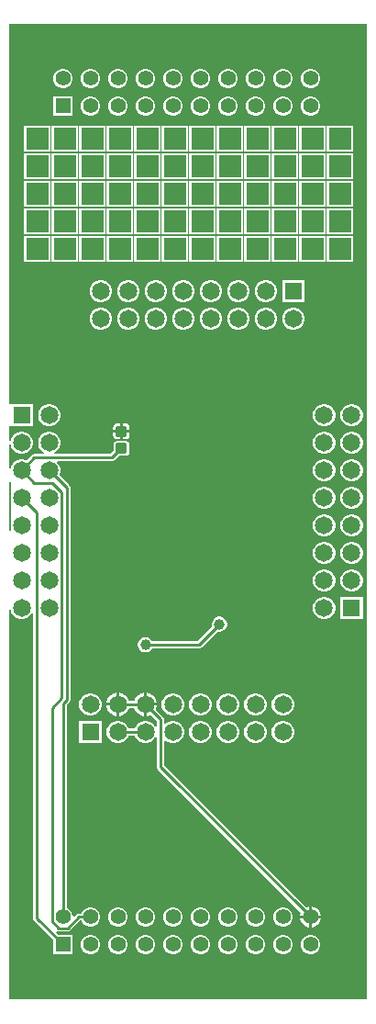
<source format=gbr>
%TF.GenerationSoftware,Altium Limited,Altium Designer,23.4.1 (23)*%
G04 Layer_Physical_Order=2*
G04 Layer_Color=16711680*
%FSLAX45Y45*%
%MOMM*%
%TF.SameCoordinates,37F79050-5382-499E-8BED-BD4E09E40BF1*%
%TF.FilePolarity,Positive*%
%TF.FileFunction,Copper,L2,Bot,Signal*%
%TF.Part,Single*%
G01*
G75*
%TA.AperFunction,Conductor*%
%ADD10C,0.25400*%
%TA.AperFunction,ComponentPad*%
%ADD16C,1.39000*%
%ADD17R,1.39000X1.39000*%
%ADD18R,1.65000X1.65000*%
%ADD19C,1.65000*%
%TA.AperFunction,ViaPad*%
%ADD20R,2.00000X2.00000*%
%TA.AperFunction,ComponentPad*%
%ADD21R,1.65000X1.65000*%
%TA.AperFunction,TestPad*%
%ADD22C,1.00000*%
%TA.AperFunction,SMDPad,CuDef*%
G04:AMPARAMS|DCode=23|XSize=0.94mm|YSize=1.02mm|CornerRadius=0.094mm|HoleSize=0mm|Usage=FLASHONLY|Rotation=90.000|XOffset=0mm|YOffset=0mm|HoleType=Round|Shape=RoundedRectangle|*
%AMROUNDEDRECTD23*
21,1,0.94000,0.83200,0,0,90.0*
21,1,0.75200,1.02000,0,0,90.0*
1,1,0.18800,0.41600,0.37600*
1,1,0.18800,0.41600,-0.37600*
1,1,0.18800,-0.41600,-0.37600*
1,1,0.18800,-0.41600,0.37600*
%
%ADD23ROUNDEDRECTD23*%
%TA.AperFunction,NonConductor*%
%ADD24C,0.15000*%
G36*
X3314700Y0D02*
X12700D01*
Y3592475D01*
X25400Y3594147D01*
X31485Y3571436D01*
X44980Y3548064D01*
X64064Y3528979D01*
X87436Y3515485D01*
X113506Y3508500D01*
X140494D01*
X166564Y3515485D01*
X189936Y3528979D01*
X209020Y3548064D01*
X219760Y3566664D01*
X232460Y3563261D01*
Y750200D01*
X234997Y737441D01*
X242225Y726625D01*
X418500Y550349D01*
Y418500D01*
X597500D01*
Y597500D01*
X465651D01*
X442417Y620733D01*
X450513Y630598D01*
X452909Y628997D01*
X465668Y626460D01*
X550332D01*
X563091Y628997D01*
X573908Y636225D01*
X666342Y728659D01*
X678276D01*
X678599Y727454D01*
X690382Y707046D01*
X707046Y690382D01*
X727454Y678599D01*
X750217Y672500D01*
X773783D01*
X796546Y678599D01*
X816954Y690382D01*
X833618Y707046D01*
X845401Y727454D01*
X851500Y750217D01*
Y773783D01*
X845401Y796546D01*
X833618Y816954D01*
X816954Y833618D01*
X796546Y845401D01*
X773783Y851500D01*
X750217D01*
X727454Y845401D01*
X707046Y833618D01*
X690382Y816954D01*
X678599Y796546D01*
X678276Y795341D01*
X652532D01*
X639773Y792803D01*
X628957Y785575D01*
X609233Y765851D01*
X597500Y770712D01*
Y773783D01*
X591401Y796546D01*
X579618Y816954D01*
X562954Y833618D01*
X542546Y845401D01*
X541341Y845724D01*
Y2712521D01*
X565175Y2736356D01*
X572402Y2747172D01*
X574940Y2759931D01*
Y4720400D01*
X572402Y4733159D01*
X565175Y4743975D01*
X473293Y4835857D01*
X476515Y4841436D01*
X483500Y4867506D01*
Y4894494D01*
X476515Y4920563D01*
X463020Y4943936D01*
X455831Y4951126D01*
X460691Y4962859D01*
X959575D01*
X972334Y4965397D01*
X983150Y4972625D01*
X1023325Y5012799D01*
X1089350D01*
X1100821Y5015081D01*
X1110546Y5021579D01*
X1117044Y5031304D01*
X1119326Y5042775D01*
Y5117975D01*
X1117044Y5129446D01*
X1110546Y5139171D01*
X1100821Y5145669D01*
X1089350Y5147951D01*
X1006150D01*
X994679Y5145669D01*
X984954Y5139171D01*
X978456Y5129446D01*
X976174Y5117975D01*
Y5059949D01*
X945765Y5029540D01*
X428739D01*
X425336Y5042240D01*
X443936Y5052979D01*
X463020Y5072064D01*
X476515Y5095436D01*
X483500Y5121506D01*
Y5148494D01*
X476515Y5174563D01*
X463020Y5197936D01*
X443936Y5217020D01*
X420564Y5230515D01*
X394494Y5237500D01*
X367506D01*
X341436Y5230515D01*
X318064Y5217020D01*
X298980Y5197936D01*
X285485Y5174563D01*
X278500Y5148494D01*
Y5121506D01*
X285485Y5095436D01*
X298980Y5072064D01*
X318064Y5052979D01*
X336664Y5042240D01*
X333261Y5029540D01*
X242200D01*
X229441Y5027002D01*
X218625Y5019775D01*
X172143Y4973293D01*
X166564Y4976515D01*
X140494Y4983500D01*
X113506D01*
X87436Y4976515D01*
X64064Y4963020D01*
X44980Y4943936D01*
X31485Y4920563D01*
X25400Y4897853D01*
X12700Y4899525D01*
Y5116475D01*
X25400Y5118147D01*
X31485Y5095436D01*
X44980Y5072064D01*
X64064Y5052979D01*
X87436Y5039485D01*
X113506Y5032500D01*
X140494D01*
X166564Y5039485D01*
X189936Y5052979D01*
X209020Y5072064D01*
X222515Y5095436D01*
X229500Y5121506D01*
Y5148494D01*
X222515Y5174563D01*
X209020Y5197936D01*
X189936Y5217020D01*
X166564Y5230515D01*
X140494Y5237500D01*
X113506D01*
X87436Y5230515D01*
X64064Y5217020D01*
X44980Y5197936D01*
X31485Y5174563D01*
X25400Y5151853D01*
X12700Y5153525D01*
Y5284327D01*
X24500Y5286500D01*
X25400Y5286500D01*
X229500D01*
Y5491500D01*
X25400D01*
X24500Y5491500D01*
X12700Y5493673D01*
Y8991600D01*
X3314700D01*
Y0D01*
D02*
G37*
%LPC*%
G36*
X2805783Y8581500D02*
X2782217D01*
X2759454Y8575401D01*
X2739046Y8563618D01*
X2722382Y8546954D01*
X2710599Y8526546D01*
X2704500Y8503783D01*
Y8480217D01*
X2710599Y8457454D01*
X2722382Y8437046D01*
X2739046Y8420382D01*
X2759454Y8408599D01*
X2782217Y8402500D01*
X2805783D01*
X2828546Y8408599D01*
X2848954Y8420382D01*
X2865618Y8437046D01*
X2877401Y8457454D01*
X2883500Y8480217D01*
Y8503783D01*
X2877401Y8526546D01*
X2865618Y8546954D01*
X2848954Y8563618D01*
X2828546Y8575401D01*
X2805783Y8581500D01*
D02*
G37*
G36*
X2551783D02*
X2528217D01*
X2505454Y8575401D01*
X2485046Y8563618D01*
X2468382Y8546954D01*
X2456599Y8526546D01*
X2450500Y8503783D01*
Y8480217D01*
X2456599Y8457454D01*
X2468382Y8437046D01*
X2485046Y8420382D01*
X2505454Y8408599D01*
X2528217Y8402500D01*
X2551783D01*
X2574546Y8408599D01*
X2594954Y8420382D01*
X2611618Y8437046D01*
X2623401Y8457454D01*
X2629500Y8480217D01*
Y8503783D01*
X2623401Y8526546D01*
X2611618Y8546954D01*
X2594954Y8563618D01*
X2574546Y8575401D01*
X2551783Y8581500D01*
D02*
G37*
G36*
X2297783D02*
X2274217D01*
X2251454Y8575401D01*
X2231046Y8563618D01*
X2214382Y8546954D01*
X2202599Y8526546D01*
X2196500Y8503783D01*
Y8480217D01*
X2202599Y8457454D01*
X2214382Y8437046D01*
X2231046Y8420382D01*
X2251454Y8408599D01*
X2274217Y8402500D01*
X2297783D01*
X2320546Y8408599D01*
X2340954Y8420382D01*
X2357618Y8437046D01*
X2369401Y8457454D01*
X2375500Y8480217D01*
Y8503783D01*
X2369401Y8526546D01*
X2357618Y8546954D01*
X2340954Y8563618D01*
X2320546Y8575401D01*
X2297783Y8581500D01*
D02*
G37*
G36*
X2043783D02*
X2020217D01*
X1997454Y8575401D01*
X1977046Y8563618D01*
X1960382Y8546954D01*
X1948599Y8526546D01*
X1942500Y8503783D01*
Y8480217D01*
X1948599Y8457454D01*
X1960382Y8437046D01*
X1977046Y8420382D01*
X1997454Y8408599D01*
X2020217Y8402500D01*
X2043783D01*
X2066546Y8408599D01*
X2086954Y8420382D01*
X2103618Y8437046D01*
X2115401Y8457454D01*
X2121500Y8480217D01*
Y8503783D01*
X2115401Y8526546D01*
X2103618Y8546954D01*
X2086954Y8563618D01*
X2066546Y8575401D01*
X2043783Y8581500D01*
D02*
G37*
G36*
X1789783D02*
X1766217D01*
X1743454Y8575401D01*
X1723046Y8563618D01*
X1706382Y8546954D01*
X1694599Y8526546D01*
X1688500Y8503783D01*
Y8480217D01*
X1694599Y8457454D01*
X1706382Y8437046D01*
X1723046Y8420382D01*
X1743454Y8408599D01*
X1766217Y8402500D01*
X1789783D01*
X1812546Y8408599D01*
X1832954Y8420382D01*
X1849618Y8437046D01*
X1861401Y8457454D01*
X1867500Y8480217D01*
Y8503783D01*
X1861401Y8526546D01*
X1849618Y8546954D01*
X1832954Y8563618D01*
X1812546Y8575401D01*
X1789783Y8581500D01*
D02*
G37*
G36*
X1535783D02*
X1512217D01*
X1489454Y8575401D01*
X1469046Y8563618D01*
X1452382Y8546954D01*
X1440599Y8526546D01*
X1434500Y8503783D01*
Y8480217D01*
X1440599Y8457454D01*
X1452382Y8437046D01*
X1469046Y8420382D01*
X1489454Y8408599D01*
X1512217Y8402500D01*
X1535783D01*
X1558546Y8408599D01*
X1578954Y8420382D01*
X1595618Y8437046D01*
X1607401Y8457454D01*
X1613500Y8480217D01*
Y8503783D01*
X1607401Y8526546D01*
X1595618Y8546954D01*
X1578954Y8563618D01*
X1558546Y8575401D01*
X1535783Y8581500D01*
D02*
G37*
G36*
X1281783D02*
X1258217D01*
X1235454Y8575401D01*
X1215046Y8563618D01*
X1198382Y8546954D01*
X1186599Y8526546D01*
X1180500Y8503783D01*
Y8480217D01*
X1186599Y8457454D01*
X1198382Y8437046D01*
X1215046Y8420382D01*
X1235454Y8408599D01*
X1258217Y8402500D01*
X1281783D01*
X1304546Y8408599D01*
X1324954Y8420382D01*
X1341618Y8437046D01*
X1353401Y8457454D01*
X1359500Y8480217D01*
Y8503783D01*
X1353401Y8526546D01*
X1341618Y8546954D01*
X1324954Y8563618D01*
X1304546Y8575401D01*
X1281783Y8581500D01*
D02*
G37*
G36*
X1027783D02*
X1004217D01*
X981454Y8575401D01*
X961046Y8563618D01*
X944382Y8546954D01*
X932599Y8526546D01*
X926500Y8503783D01*
Y8480217D01*
X932599Y8457454D01*
X944382Y8437046D01*
X961046Y8420382D01*
X981454Y8408599D01*
X1004217Y8402500D01*
X1027783D01*
X1050546Y8408599D01*
X1070954Y8420382D01*
X1087618Y8437046D01*
X1099401Y8457454D01*
X1105500Y8480217D01*
Y8503783D01*
X1099401Y8526546D01*
X1087618Y8546954D01*
X1070954Y8563618D01*
X1050546Y8575401D01*
X1027783Y8581500D01*
D02*
G37*
G36*
X773783D02*
X750217D01*
X727454Y8575401D01*
X707046Y8563618D01*
X690382Y8546954D01*
X678599Y8526546D01*
X672500Y8503783D01*
Y8480217D01*
X678599Y8457454D01*
X690382Y8437046D01*
X707046Y8420382D01*
X727454Y8408599D01*
X750217Y8402500D01*
X773783D01*
X796546Y8408599D01*
X816954Y8420382D01*
X833618Y8437046D01*
X845401Y8457454D01*
X851500Y8480217D01*
Y8503783D01*
X845401Y8526546D01*
X833618Y8546954D01*
X816954Y8563618D01*
X796546Y8575401D01*
X773783Y8581500D01*
D02*
G37*
G36*
X519783D02*
X496217D01*
X473454Y8575401D01*
X453046Y8563618D01*
X436382Y8546954D01*
X424599Y8526546D01*
X418500Y8503783D01*
Y8480217D01*
X424599Y8457454D01*
X436382Y8437046D01*
X453046Y8420382D01*
X473454Y8408599D01*
X496217Y8402500D01*
X519783D01*
X542546Y8408599D01*
X562954Y8420382D01*
X579618Y8437046D01*
X591401Y8457454D01*
X597500Y8480217D01*
Y8503783D01*
X591401Y8526546D01*
X579618Y8546954D01*
X562954Y8563618D01*
X542546Y8575401D01*
X519783Y8581500D01*
D02*
G37*
G36*
X2805783Y8327500D02*
X2782217D01*
X2759454Y8321401D01*
X2739046Y8309618D01*
X2722382Y8292954D01*
X2710599Y8272546D01*
X2704500Y8249783D01*
Y8226217D01*
X2710599Y8203454D01*
X2722382Y8183046D01*
X2739046Y8166382D01*
X2759454Y8154599D01*
X2782217Y8148500D01*
X2805783D01*
X2828546Y8154599D01*
X2848954Y8166382D01*
X2865618Y8183046D01*
X2877401Y8203454D01*
X2883500Y8226217D01*
Y8249783D01*
X2877401Y8272546D01*
X2865618Y8292954D01*
X2848954Y8309618D01*
X2828546Y8321401D01*
X2805783Y8327500D01*
D02*
G37*
G36*
X2551783D02*
X2528217D01*
X2505454Y8321401D01*
X2485046Y8309618D01*
X2468382Y8292954D01*
X2456599Y8272546D01*
X2450500Y8249783D01*
Y8226217D01*
X2456599Y8203454D01*
X2468382Y8183046D01*
X2485046Y8166382D01*
X2505454Y8154599D01*
X2528217Y8148500D01*
X2551783D01*
X2574546Y8154599D01*
X2594954Y8166382D01*
X2611618Y8183046D01*
X2623401Y8203454D01*
X2629500Y8226217D01*
Y8249783D01*
X2623401Y8272546D01*
X2611618Y8292954D01*
X2594954Y8309618D01*
X2574546Y8321401D01*
X2551783Y8327500D01*
D02*
G37*
G36*
X2297783D02*
X2274217D01*
X2251454Y8321401D01*
X2231046Y8309618D01*
X2214382Y8292954D01*
X2202599Y8272546D01*
X2196500Y8249783D01*
Y8226217D01*
X2202599Y8203454D01*
X2214382Y8183046D01*
X2231046Y8166382D01*
X2251454Y8154599D01*
X2274217Y8148500D01*
X2297783D01*
X2320546Y8154599D01*
X2340954Y8166382D01*
X2357618Y8183046D01*
X2369401Y8203454D01*
X2375500Y8226217D01*
Y8249783D01*
X2369401Y8272546D01*
X2357618Y8292954D01*
X2340954Y8309618D01*
X2320546Y8321401D01*
X2297783Y8327500D01*
D02*
G37*
G36*
X2043783D02*
X2020217D01*
X1997454Y8321401D01*
X1977046Y8309618D01*
X1960382Y8292954D01*
X1948599Y8272546D01*
X1942500Y8249783D01*
Y8226217D01*
X1948599Y8203454D01*
X1960382Y8183046D01*
X1977046Y8166382D01*
X1997454Y8154599D01*
X2020217Y8148500D01*
X2043783D01*
X2066546Y8154599D01*
X2086954Y8166382D01*
X2103618Y8183046D01*
X2115401Y8203454D01*
X2121500Y8226217D01*
Y8249783D01*
X2115401Y8272546D01*
X2103618Y8292954D01*
X2086954Y8309618D01*
X2066546Y8321401D01*
X2043783Y8327500D01*
D02*
G37*
G36*
X1789783D02*
X1766217D01*
X1743454Y8321401D01*
X1723046Y8309618D01*
X1706382Y8292954D01*
X1694599Y8272546D01*
X1688500Y8249783D01*
Y8226217D01*
X1694599Y8203454D01*
X1706382Y8183046D01*
X1723046Y8166382D01*
X1743454Y8154599D01*
X1766217Y8148500D01*
X1789783D01*
X1812546Y8154599D01*
X1832954Y8166382D01*
X1849618Y8183046D01*
X1861401Y8203454D01*
X1867500Y8226217D01*
Y8249783D01*
X1861401Y8272546D01*
X1849618Y8292954D01*
X1832954Y8309618D01*
X1812546Y8321401D01*
X1789783Y8327500D01*
D02*
G37*
G36*
X1535783D02*
X1512217D01*
X1489454Y8321401D01*
X1469046Y8309618D01*
X1452382Y8292954D01*
X1440599Y8272546D01*
X1434500Y8249783D01*
Y8226217D01*
X1440599Y8203454D01*
X1452382Y8183046D01*
X1469046Y8166382D01*
X1489454Y8154599D01*
X1512217Y8148500D01*
X1535783D01*
X1558546Y8154599D01*
X1578954Y8166382D01*
X1595618Y8183046D01*
X1607401Y8203454D01*
X1613500Y8226217D01*
Y8249783D01*
X1607401Y8272546D01*
X1595618Y8292954D01*
X1578954Y8309618D01*
X1558546Y8321401D01*
X1535783Y8327500D01*
D02*
G37*
G36*
X1281783D02*
X1258217D01*
X1235454Y8321401D01*
X1215046Y8309618D01*
X1198382Y8292954D01*
X1186599Y8272546D01*
X1180500Y8249783D01*
Y8226217D01*
X1186599Y8203454D01*
X1198382Y8183046D01*
X1215046Y8166382D01*
X1235454Y8154599D01*
X1258217Y8148500D01*
X1281783D01*
X1304546Y8154599D01*
X1324954Y8166382D01*
X1341618Y8183046D01*
X1353401Y8203454D01*
X1359500Y8226217D01*
Y8249783D01*
X1353401Y8272546D01*
X1341618Y8292954D01*
X1324954Y8309618D01*
X1304546Y8321401D01*
X1281783Y8327500D01*
D02*
G37*
G36*
X1027783D02*
X1004217D01*
X981454Y8321401D01*
X961046Y8309618D01*
X944382Y8292954D01*
X932599Y8272546D01*
X926500Y8249783D01*
Y8226217D01*
X932599Y8203454D01*
X944382Y8183046D01*
X961046Y8166382D01*
X981454Y8154599D01*
X1004217Y8148500D01*
X1027783D01*
X1050546Y8154599D01*
X1070954Y8166382D01*
X1087618Y8183046D01*
X1099401Y8203454D01*
X1105500Y8226217D01*
Y8249783D01*
X1099401Y8272546D01*
X1087618Y8292954D01*
X1070954Y8309618D01*
X1050546Y8321401D01*
X1027783Y8327500D01*
D02*
G37*
G36*
X773783D02*
X750217D01*
X727454Y8321401D01*
X707046Y8309618D01*
X690382Y8292954D01*
X678599Y8272546D01*
X672500Y8249783D01*
Y8226217D01*
X678599Y8203454D01*
X690382Y8183046D01*
X707046Y8166382D01*
X727454Y8154599D01*
X750217Y8148500D01*
X773783D01*
X796546Y8154599D01*
X816954Y8166382D01*
X833618Y8183046D01*
X845401Y8203454D01*
X851500Y8226217D01*
Y8249783D01*
X845401Y8272546D01*
X833618Y8292954D01*
X816954Y8309618D01*
X796546Y8321401D01*
X773783Y8327500D01*
D02*
G37*
G36*
X597500D02*
X418500D01*
Y8148500D01*
X597500D01*
Y8327500D01*
D02*
G37*
G36*
X3183875Y8057500D02*
X2943875D01*
Y7817500D01*
X3183875D01*
Y8057500D01*
D02*
G37*
G36*
X2929875D02*
X2689875D01*
Y7817500D01*
X2929875D01*
Y8057500D01*
D02*
G37*
G36*
X2675875D02*
X2435875D01*
Y7817500D01*
X2675875D01*
Y8057500D01*
D02*
G37*
G36*
X2421875D02*
X2181875D01*
Y7817500D01*
X2421875D01*
Y8057500D01*
D02*
G37*
G36*
X2167875D02*
X1927875D01*
Y7817500D01*
X2167875D01*
Y8057500D01*
D02*
G37*
G36*
X1913875D02*
X1673875D01*
Y7817500D01*
X1913875D01*
Y8057500D01*
D02*
G37*
G36*
X1659875D02*
X1419875D01*
Y7817500D01*
X1659875D01*
Y8057500D01*
D02*
G37*
G36*
X1405875D02*
X1165875D01*
Y7817500D01*
X1405875D01*
Y8057500D01*
D02*
G37*
G36*
X1151875D02*
X911875D01*
Y7817500D01*
X1151875D01*
Y8057500D01*
D02*
G37*
G36*
X897875D02*
X657875D01*
Y7817500D01*
X897875D01*
Y8057500D01*
D02*
G37*
G36*
X643875D02*
X403875D01*
Y7817500D01*
X643875D01*
Y8057500D01*
D02*
G37*
G36*
X389875D02*
X149875D01*
Y7817500D01*
X389875D01*
Y8057500D01*
D02*
G37*
G36*
X3183875Y7803500D02*
X2943875D01*
Y7563500D01*
X3183875D01*
Y7803500D01*
D02*
G37*
G36*
X2929875D02*
X2689875D01*
Y7563500D01*
X2929875D01*
Y7803500D01*
D02*
G37*
G36*
X2675875D02*
X2435875D01*
Y7563500D01*
X2675875D01*
Y7803500D01*
D02*
G37*
G36*
X2421875D02*
X2181875D01*
Y7563500D01*
X2421875D01*
Y7803500D01*
D02*
G37*
G36*
X2167875D02*
X1927875D01*
Y7563500D01*
X2167875D01*
Y7803500D01*
D02*
G37*
G36*
X1913875D02*
X1673875D01*
Y7563500D01*
X1913875D01*
Y7803500D01*
D02*
G37*
G36*
X1659875D02*
X1419875D01*
Y7563500D01*
X1659875D01*
Y7803500D01*
D02*
G37*
G36*
X1405875D02*
X1165875D01*
Y7563500D01*
X1405875D01*
Y7803500D01*
D02*
G37*
G36*
X1151875D02*
X911875D01*
Y7563500D01*
X1151875D01*
Y7803500D01*
D02*
G37*
G36*
X897875D02*
X657875D01*
Y7563500D01*
X897875D01*
Y7803500D01*
D02*
G37*
G36*
X643875D02*
X403875D01*
Y7563500D01*
X643875D01*
Y7803500D01*
D02*
G37*
G36*
X389875D02*
X149875D01*
Y7563500D01*
X389875D01*
Y7803500D01*
D02*
G37*
G36*
X3183875Y7549500D02*
X2943875D01*
Y7309500D01*
X3183875D01*
Y7549500D01*
D02*
G37*
G36*
X2929875D02*
X2689875D01*
Y7309500D01*
X2929875D01*
Y7549500D01*
D02*
G37*
G36*
X2675875D02*
X2435875D01*
Y7309500D01*
X2675875D01*
Y7549500D01*
D02*
G37*
G36*
X2421875D02*
X2181875D01*
Y7309500D01*
X2421875D01*
Y7549500D01*
D02*
G37*
G36*
X2167875D02*
X1927875D01*
Y7309500D01*
X2167875D01*
Y7549500D01*
D02*
G37*
G36*
X1913875D02*
X1673875D01*
Y7309500D01*
X1913875D01*
Y7549500D01*
D02*
G37*
G36*
X1659875D02*
X1419875D01*
Y7309500D01*
X1659875D01*
Y7549500D01*
D02*
G37*
G36*
X1405875D02*
X1165875D01*
Y7309500D01*
X1405875D01*
Y7549500D01*
D02*
G37*
G36*
X1151875D02*
X911875D01*
Y7309500D01*
X1151875D01*
Y7549500D01*
D02*
G37*
G36*
X897875D02*
X657875D01*
Y7309500D01*
X897875D01*
Y7549500D01*
D02*
G37*
G36*
X643875D02*
X403875D01*
Y7309500D01*
X643875D01*
Y7549500D01*
D02*
G37*
G36*
X389875D02*
X149875D01*
Y7309500D01*
X389875D01*
Y7549500D01*
D02*
G37*
G36*
X3183875Y7295500D02*
X2943875D01*
Y7055500D01*
X3183875D01*
Y7295500D01*
D02*
G37*
G36*
X2929875D02*
X2689875D01*
Y7055500D01*
X2929875D01*
Y7295500D01*
D02*
G37*
G36*
X2675875D02*
X2435875D01*
Y7055500D01*
X2675875D01*
Y7295500D01*
D02*
G37*
G36*
X2421875D02*
X2181875D01*
Y7055500D01*
X2421875D01*
Y7295500D01*
D02*
G37*
G36*
X2167875D02*
X1927875D01*
Y7055500D01*
X2167875D01*
Y7295500D01*
D02*
G37*
G36*
X1913875D02*
X1673875D01*
Y7055500D01*
X1913875D01*
Y7295500D01*
D02*
G37*
G36*
X1659875D02*
X1419875D01*
Y7055500D01*
X1659875D01*
Y7295500D01*
D02*
G37*
G36*
X1405875D02*
X1165875D01*
Y7055500D01*
X1405875D01*
Y7295500D01*
D02*
G37*
G36*
X1151875D02*
X911875D01*
Y7055500D01*
X1151875D01*
Y7295500D01*
D02*
G37*
G36*
X897875D02*
X657875D01*
Y7055500D01*
X897875D01*
Y7295500D01*
D02*
G37*
G36*
X643875D02*
X403875D01*
Y7055500D01*
X643875D01*
Y7295500D01*
D02*
G37*
G36*
X389875D02*
X149875D01*
Y7055500D01*
X389875D01*
Y7295500D01*
D02*
G37*
G36*
X3183875Y7041500D02*
X2943875D01*
Y6801500D01*
X3183875D01*
Y7041500D01*
D02*
G37*
G36*
X2929875D02*
X2689875D01*
Y6801500D01*
X2929875D01*
Y7041500D01*
D02*
G37*
G36*
X2675875D02*
X2435875D01*
Y6801500D01*
X2675875D01*
Y7041500D01*
D02*
G37*
G36*
X2421875D02*
X2181875D01*
Y6801500D01*
X2421875D01*
Y7041500D01*
D02*
G37*
G36*
X2167875D02*
X1927875D01*
Y6801500D01*
X2167875D01*
Y7041500D01*
D02*
G37*
G36*
X1913875D02*
X1673875D01*
Y6801500D01*
X1913875D01*
Y7041500D01*
D02*
G37*
G36*
X1659875D02*
X1419875D01*
Y6801500D01*
X1659875D01*
Y7041500D01*
D02*
G37*
G36*
X1405875D02*
X1165875D01*
Y6801500D01*
X1405875D01*
Y7041500D01*
D02*
G37*
G36*
X1151875D02*
X911875D01*
Y6801500D01*
X1151875D01*
Y7041500D01*
D02*
G37*
G36*
X897875D02*
X657875D01*
Y6801500D01*
X897875D01*
Y7041500D01*
D02*
G37*
G36*
X643875D02*
X403875D01*
Y6801500D01*
X643875D01*
Y7041500D01*
D02*
G37*
G36*
X389875D02*
X149875D01*
Y6801500D01*
X389875D01*
Y7041500D01*
D02*
G37*
G36*
X2737750Y6634500D02*
X2532750D01*
Y6429500D01*
X2737750D01*
Y6634500D01*
D02*
G37*
G36*
X2394744D02*
X2367756D01*
X2341686Y6627515D01*
X2318314Y6614020D01*
X2299230Y6594936D01*
X2285735Y6571563D01*
X2278750Y6545494D01*
Y6518506D01*
X2285735Y6492436D01*
X2299230Y6469064D01*
X2318314Y6449979D01*
X2341686Y6436485D01*
X2367756Y6429500D01*
X2394744D01*
X2420814Y6436485D01*
X2444186Y6449979D01*
X2463270Y6469064D01*
X2476765Y6492436D01*
X2483750Y6518506D01*
Y6545494D01*
X2476765Y6571563D01*
X2463270Y6594936D01*
X2444186Y6614020D01*
X2420814Y6627515D01*
X2394744Y6634500D01*
D02*
G37*
G36*
X2140744D02*
X2113756D01*
X2087686Y6627515D01*
X2064314Y6614020D01*
X2045230Y6594936D01*
X2031735Y6571563D01*
X2024750Y6545494D01*
Y6518506D01*
X2031735Y6492436D01*
X2045230Y6469064D01*
X2064314Y6449979D01*
X2087686Y6436485D01*
X2113756Y6429500D01*
X2140744D01*
X2166814Y6436485D01*
X2190186Y6449979D01*
X2209270Y6469064D01*
X2222765Y6492436D01*
X2229750Y6518506D01*
Y6545494D01*
X2222765Y6571563D01*
X2209270Y6594936D01*
X2190186Y6614020D01*
X2166814Y6627515D01*
X2140744Y6634500D01*
D02*
G37*
G36*
X1886744D02*
X1859756D01*
X1833686Y6627515D01*
X1810314Y6614020D01*
X1791230Y6594936D01*
X1777735Y6571563D01*
X1770750Y6545494D01*
Y6518506D01*
X1777735Y6492436D01*
X1791230Y6469064D01*
X1810314Y6449979D01*
X1833686Y6436485D01*
X1859756Y6429500D01*
X1886744D01*
X1912814Y6436485D01*
X1936186Y6449979D01*
X1955270Y6469064D01*
X1968765Y6492436D01*
X1975750Y6518506D01*
Y6545494D01*
X1968765Y6571563D01*
X1955270Y6594936D01*
X1936186Y6614020D01*
X1912814Y6627515D01*
X1886744Y6634500D01*
D02*
G37*
G36*
X1632744D02*
X1605756D01*
X1579686Y6627515D01*
X1556314Y6614020D01*
X1537230Y6594936D01*
X1523735Y6571563D01*
X1516750Y6545494D01*
Y6518506D01*
X1523735Y6492436D01*
X1537230Y6469064D01*
X1556314Y6449979D01*
X1579686Y6436485D01*
X1605756Y6429500D01*
X1632744D01*
X1658814Y6436485D01*
X1682186Y6449979D01*
X1701270Y6469064D01*
X1714765Y6492436D01*
X1721750Y6518506D01*
Y6545494D01*
X1714765Y6571563D01*
X1701270Y6594936D01*
X1682186Y6614020D01*
X1658814Y6627515D01*
X1632744Y6634500D01*
D02*
G37*
G36*
X1378744D02*
X1351756D01*
X1325686Y6627515D01*
X1302314Y6614020D01*
X1283230Y6594936D01*
X1269735Y6571563D01*
X1262750Y6545494D01*
Y6518506D01*
X1269735Y6492436D01*
X1283230Y6469064D01*
X1302314Y6449979D01*
X1325686Y6436485D01*
X1351756Y6429500D01*
X1378744D01*
X1404814Y6436485D01*
X1428186Y6449979D01*
X1447270Y6469064D01*
X1460765Y6492436D01*
X1467750Y6518506D01*
Y6545494D01*
X1460765Y6571563D01*
X1447270Y6594936D01*
X1428186Y6614020D01*
X1404814Y6627515D01*
X1378744Y6634500D01*
D02*
G37*
G36*
X1124744D02*
X1097756D01*
X1071686Y6627515D01*
X1048314Y6614020D01*
X1029230Y6594936D01*
X1015735Y6571563D01*
X1008750Y6545494D01*
Y6518506D01*
X1015735Y6492436D01*
X1029230Y6469064D01*
X1048314Y6449979D01*
X1071686Y6436485D01*
X1097756Y6429500D01*
X1124744D01*
X1150814Y6436485D01*
X1174186Y6449979D01*
X1193270Y6469064D01*
X1206765Y6492436D01*
X1213750Y6518506D01*
Y6545494D01*
X1206765Y6571563D01*
X1193270Y6594936D01*
X1174186Y6614020D01*
X1150814Y6627515D01*
X1124744Y6634500D01*
D02*
G37*
G36*
X870744D02*
X843756D01*
X817686Y6627515D01*
X794314Y6614020D01*
X775230Y6594936D01*
X761735Y6571563D01*
X754750Y6545494D01*
Y6518506D01*
X761735Y6492436D01*
X775230Y6469064D01*
X794314Y6449979D01*
X817686Y6436485D01*
X843756Y6429500D01*
X870744D01*
X896814Y6436485D01*
X920186Y6449979D01*
X939270Y6469064D01*
X952765Y6492436D01*
X959750Y6518506D01*
Y6545494D01*
X952765Y6571563D01*
X939270Y6594936D01*
X920186Y6614020D01*
X896814Y6627515D01*
X870744Y6634500D01*
D02*
G37*
G36*
X2648744Y6380500D02*
X2621756D01*
X2595686Y6373515D01*
X2572314Y6360020D01*
X2553230Y6340936D01*
X2539735Y6317563D01*
X2532750Y6291494D01*
Y6264506D01*
X2539735Y6238436D01*
X2553230Y6215064D01*
X2572314Y6195979D01*
X2595686Y6182485D01*
X2621756Y6175500D01*
X2648744D01*
X2674814Y6182485D01*
X2698186Y6195979D01*
X2717270Y6215064D01*
X2730765Y6238436D01*
X2737750Y6264506D01*
Y6291494D01*
X2730765Y6317563D01*
X2717270Y6340936D01*
X2698186Y6360020D01*
X2674814Y6373515D01*
X2648744Y6380500D01*
D02*
G37*
G36*
X2394744D02*
X2367756D01*
X2341686Y6373515D01*
X2318314Y6360020D01*
X2299230Y6340936D01*
X2285735Y6317563D01*
X2278750Y6291494D01*
Y6264506D01*
X2285735Y6238436D01*
X2299230Y6215064D01*
X2318314Y6195979D01*
X2341686Y6182485D01*
X2367756Y6175500D01*
X2394744D01*
X2420814Y6182485D01*
X2444186Y6195979D01*
X2463270Y6215064D01*
X2476765Y6238436D01*
X2483750Y6264506D01*
Y6291494D01*
X2476765Y6317563D01*
X2463270Y6340936D01*
X2444186Y6360020D01*
X2420814Y6373515D01*
X2394744Y6380500D01*
D02*
G37*
G36*
X2140744D02*
X2113756D01*
X2087686Y6373515D01*
X2064314Y6360020D01*
X2045230Y6340936D01*
X2031735Y6317563D01*
X2024750Y6291494D01*
Y6264506D01*
X2031735Y6238436D01*
X2045230Y6215064D01*
X2064314Y6195979D01*
X2087686Y6182485D01*
X2113756Y6175500D01*
X2140744D01*
X2166814Y6182485D01*
X2190186Y6195979D01*
X2209270Y6215064D01*
X2222765Y6238436D01*
X2229750Y6264506D01*
Y6291494D01*
X2222765Y6317563D01*
X2209270Y6340936D01*
X2190186Y6360020D01*
X2166814Y6373515D01*
X2140744Y6380500D01*
D02*
G37*
G36*
X1886744D02*
X1859756D01*
X1833686Y6373515D01*
X1810314Y6360020D01*
X1791230Y6340936D01*
X1777735Y6317563D01*
X1770750Y6291494D01*
Y6264506D01*
X1777735Y6238436D01*
X1791230Y6215064D01*
X1810314Y6195979D01*
X1833686Y6182485D01*
X1859756Y6175500D01*
X1886744D01*
X1912814Y6182485D01*
X1936186Y6195979D01*
X1955270Y6215064D01*
X1968765Y6238436D01*
X1975750Y6264506D01*
Y6291494D01*
X1968765Y6317563D01*
X1955270Y6340936D01*
X1936186Y6360020D01*
X1912814Y6373515D01*
X1886744Y6380500D01*
D02*
G37*
G36*
X1632744D02*
X1605756D01*
X1579686Y6373515D01*
X1556314Y6360020D01*
X1537230Y6340936D01*
X1523735Y6317563D01*
X1516750Y6291494D01*
Y6264506D01*
X1523735Y6238436D01*
X1537230Y6215064D01*
X1556314Y6195979D01*
X1579686Y6182485D01*
X1605756Y6175500D01*
X1632744D01*
X1658814Y6182485D01*
X1682186Y6195979D01*
X1701270Y6215064D01*
X1714765Y6238436D01*
X1721750Y6264506D01*
Y6291494D01*
X1714765Y6317563D01*
X1701270Y6340936D01*
X1682186Y6360020D01*
X1658814Y6373515D01*
X1632744Y6380500D01*
D02*
G37*
G36*
X1378744D02*
X1351756D01*
X1325686Y6373515D01*
X1302314Y6360020D01*
X1283230Y6340936D01*
X1269735Y6317563D01*
X1262750Y6291494D01*
Y6264506D01*
X1269735Y6238436D01*
X1283230Y6215064D01*
X1302314Y6195979D01*
X1325686Y6182485D01*
X1351756Y6175500D01*
X1378744D01*
X1404814Y6182485D01*
X1428186Y6195979D01*
X1447270Y6215064D01*
X1460765Y6238436D01*
X1467750Y6264506D01*
Y6291494D01*
X1460765Y6317563D01*
X1447270Y6340936D01*
X1428186Y6360020D01*
X1404814Y6373515D01*
X1378744Y6380500D01*
D02*
G37*
G36*
X1124744D02*
X1097756D01*
X1071686Y6373515D01*
X1048314Y6360020D01*
X1029230Y6340936D01*
X1015735Y6317563D01*
X1008750Y6291494D01*
Y6264506D01*
X1015735Y6238436D01*
X1029230Y6215064D01*
X1048314Y6195979D01*
X1071686Y6182485D01*
X1097756Y6175500D01*
X1124744D01*
X1150814Y6182485D01*
X1174186Y6195979D01*
X1193270Y6215064D01*
X1206765Y6238436D01*
X1213750Y6264506D01*
Y6291494D01*
X1206765Y6317563D01*
X1193270Y6340936D01*
X1174186Y6360020D01*
X1150814Y6373515D01*
X1124744Y6380500D01*
D02*
G37*
G36*
X870744D02*
X843756D01*
X817686Y6373515D01*
X794314Y6360020D01*
X775230Y6340936D01*
X761735Y6317563D01*
X754750Y6291494D01*
Y6264506D01*
X761735Y6238436D01*
X775230Y6215064D01*
X794314Y6195979D01*
X817686Y6182485D01*
X843756Y6175500D01*
X870744D01*
X896814Y6182485D01*
X920186Y6195979D01*
X939270Y6215064D01*
X952765Y6238436D01*
X959750Y6264506D01*
Y6291494D01*
X952765Y6317563D01*
X939270Y6340936D01*
X920186Y6360020D01*
X896814Y6373515D01*
X870744Y6380500D01*
D02*
G37*
G36*
X3186494Y5491500D02*
X3159506D01*
X3133436Y5484515D01*
X3110064Y5471020D01*
X3090980Y5451936D01*
X3077485Y5428563D01*
X3070500Y5402494D01*
Y5375506D01*
X3077485Y5349436D01*
X3090980Y5326064D01*
X3110064Y5306979D01*
X3133436Y5293485D01*
X3159506Y5286500D01*
X3186494D01*
X3212564Y5293485D01*
X3235936Y5306979D01*
X3255020Y5326064D01*
X3268515Y5349436D01*
X3275500Y5375506D01*
Y5402494D01*
X3268515Y5428563D01*
X3255020Y5451936D01*
X3235936Y5471020D01*
X3212564Y5484515D01*
X3186494Y5491500D01*
D02*
G37*
G36*
X2932494D02*
X2905506D01*
X2879436Y5484515D01*
X2856064Y5471020D01*
X2836980Y5451936D01*
X2823485Y5428563D01*
X2816500Y5402494D01*
Y5375506D01*
X2823485Y5349436D01*
X2836980Y5326064D01*
X2856064Y5306979D01*
X2879436Y5293485D01*
X2905506Y5286500D01*
X2932494D01*
X2958564Y5293485D01*
X2981936Y5306979D01*
X3001020Y5326064D01*
X3014515Y5349436D01*
X3021500Y5375506D01*
Y5402494D01*
X3014515Y5428563D01*
X3001020Y5451936D01*
X2981936Y5471020D01*
X2958564Y5484515D01*
X2932494Y5491500D01*
D02*
G37*
G36*
X394494D02*
X367506D01*
X341436Y5484515D01*
X318064Y5471020D01*
X298980Y5451936D01*
X285485Y5428563D01*
X278500Y5402494D01*
Y5375506D01*
X285485Y5349436D01*
X298980Y5326064D01*
X318064Y5306979D01*
X341436Y5293485D01*
X367506Y5286500D01*
X394494D01*
X420564Y5293485D01*
X443936Y5306979D01*
X463020Y5326064D01*
X476515Y5349436D01*
X483500Y5375506D01*
Y5402494D01*
X476515Y5428563D01*
X463020Y5451936D01*
X443936Y5471020D01*
X420564Y5484515D01*
X394494Y5491500D01*
D02*
G37*
G36*
X1089350Y5311457D02*
X1060450D01*
Y5251075D01*
X1124832D01*
Y5275975D01*
X1122131Y5289553D01*
X1114439Y5301064D01*
X1102928Y5308756D01*
X1089350Y5311457D01*
D02*
G37*
G36*
X1035050D02*
X1006150D01*
X992572Y5308756D01*
X981061Y5301064D01*
X973369Y5289553D01*
X970668Y5275975D01*
Y5251075D01*
X1035050D01*
Y5311457D01*
D02*
G37*
G36*
X1124832Y5225675D02*
X1060450D01*
Y5165293D01*
X1089350D01*
X1102928Y5167994D01*
X1114439Y5175686D01*
X1122131Y5187197D01*
X1124832Y5200775D01*
Y5225675D01*
D02*
G37*
G36*
X1035050D02*
X970668D01*
Y5200775D01*
X973369Y5187197D01*
X981061Y5175686D01*
X992572Y5167994D01*
X1006150Y5165293D01*
X1035050D01*
Y5225675D01*
D02*
G37*
G36*
X3186494Y5237500D02*
X3159506D01*
X3133436Y5230515D01*
X3110064Y5217020D01*
X3090980Y5197936D01*
X3077485Y5174563D01*
X3070500Y5148494D01*
Y5121506D01*
X3077485Y5095436D01*
X3090980Y5072064D01*
X3110064Y5052979D01*
X3133436Y5039485D01*
X3159506Y5032500D01*
X3186494D01*
X3212564Y5039485D01*
X3235936Y5052979D01*
X3255020Y5072064D01*
X3268515Y5095436D01*
X3275500Y5121506D01*
Y5148494D01*
X3268515Y5174563D01*
X3255020Y5197936D01*
X3235936Y5217020D01*
X3212564Y5230515D01*
X3186494Y5237500D01*
D02*
G37*
G36*
X2932494D02*
X2905506D01*
X2879436Y5230515D01*
X2856064Y5217020D01*
X2836980Y5197936D01*
X2823485Y5174563D01*
X2816500Y5148494D01*
Y5121506D01*
X2823485Y5095436D01*
X2836980Y5072064D01*
X2856064Y5052979D01*
X2879436Y5039485D01*
X2905506Y5032500D01*
X2932494D01*
X2958564Y5039485D01*
X2981936Y5052979D01*
X3001020Y5072064D01*
X3014515Y5095436D01*
X3021500Y5121506D01*
Y5148494D01*
X3014515Y5174563D01*
X3001020Y5197936D01*
X2981936Y5217020D01*
X2958564Y5230515D01*
X2932494Y5237500D01*
D02*
G37*
G36*
X3186494Y4983500D02*
X3159506D01*
X3133436Y4976515D01*
X3110064Y4963020D01*
X3090980Y4943936D01*
X3077485Y4920563D01*
X3070500Y4894494D01*
Y4867506D01*
X3077485Y4841436D01*
X3090980Y4818064D01*
X3110064Y4798979D01*
X3133436Y4785485D01*
X3159506Y4778500D01*
X3186494D01*
X3212564Y4785485D01*
X3235936Y4798979D01*
X3255020Y4818064D01*
X3268515Y4841436D01*
X3275500Y4867506D01*
Y4894494D01*
X3268515Y4920563D01*
X3255020Y4943936D01*
X3235936Y4963020D01*
X3212564Y4976515D01*
X3186494Y4983500D01*
D02*
G37*
G36*
X2932494D02*
X2905506D01*
X2879436Y4976515D01*
X2856064Y4963020D01*
X2836980Y4943936D01*
X2823485Y4920563D01*
X2816500Y4894494D01*
Y4867506D01*
X2823485Y4841436D01*
X2836980Y4818064D01*
X2856064Y4798979D01*
X2879436Y4785485D01*
X2905506Y4778500D01*
X2932494D01*
X2958564Y4785485D01*
X2981936Y4798979D01*
X3001020Y4818064D01*
X3014515Y4841436D01*
X3021500Y4867506D01*
Y4894494D01*
X3014515Y4920563D01*
X3001020Y4943936D01*
X2981936Y4963020D01*
X2958564Y4976515D01*
X2932494Y4983500D01*
D02*
G37*
G36*
X3186494Y4729500D02*
X3159506D01*
X3133436Y4722515D01*
X3110064Y4709020D01*
X3090980Y4689936D01*
X3077485Y4666563D01*
X3070500Y4640494D01*
Y4613506D01*
X3077485Y4587436D01*
X3090980Y4564064D01*
X3110064Y4544979D01*
X3133436Y4531485D01*
X3159506Y4524500D01*
X3186494D01*
X3212564Y4531485D01*
X3235936Y4544979D01*
X3255020Y4564064D01*
X3268515Y4587436D01*
X3275500Y4613506D01*
Y4640494D01*
X3268515Y4666563D01*
X3255020Y4689936D01*
X3235936Y4709020D01*
X3212564Y4722515D01*
X3186494Y4729500D01*
D02*
G37*
G36*
X2932494D02*
X2905506D01*
X2879436Y4722515D01*
X2856064Y4709020D01*
X2836980Y4689936D01*
X2823485Y4666563D01*
X2816500Y4640494D01*
Y4613506D01*
X2823485Y4587436D01*
X2836980Y4564064D01*
X2856064Y4544979D01*
X2879436Y4531485D01*
X2905506Y4524500D01*
X2932494D01*
X2958564Y4531485D01*
X2981936Y4544979D01*
X3001020Y4564064D01*
X3014515Y4587436D01*
X3021500Y4613506D01*
Y4640494D01*
X3014515Y4666563D01*
X3001020Y4689936D01*
X2981936Y4709020D01*
X2958564Y4722515D01*
X2932494Y4729500D01*
D02*
G37*
G36*
X3186494Y4475500D02*
X3159506D01*
X3133436Y4468515D01*
X3110064Y4455020D01*
X3090980Y4435936D01*
X3077485Y4412563D01*
X3070500Y4386494D01*
Y4359506D01*
X3077485Y4333436D01*
X3090980Y4310064D01*
X3110064Y4290979D01*
X3133436Y4277485D01*
X3159506Y4270500D01*
X3186494D01*
X3212564Y4277485D01*
X3235936Y4290979D01*
X3255020Y4310064D01*
X3268515Y4333436D01*
X3275500Y4359506D01*
Y4386494D01*
X3268515Y4412563D01*
X3255020Y4435936D01*
X3235936Y4455020D01*
X3212564Y4468515D01*
X3186494Y4475500D01*
D02*
G37*
G36*
X2932494D02*
X2905506D01*
X2879436Y4468515D01*
X2856064Y4455020D01*
X2836980Y4435936D01*
X2823485Y4412563D01*
X2816500Y4386494D01*
Y4359506D01*
X2823485Y4333436D01*
X2836980Y4310064D01*
X2856064Y4290979D01*
X2879436Y4277485D01*
X2905506Y4270500D01*
X2932494D01*
X2958564Y4277485D01*
X2981936Y4290979D01*
X3001020Y4310064D01*
X3014515Y4333436D01*
X3021500Y4359506D01*
Y4386494D01*
X3014515Y4412563D01*
X3001020Y4435936D01*
X2981936Y4455020D01*
X2958564Y4468515D01*
X2932494Y4475500D01*
D02*
G37*
G36*
X3186494Y4221500D02*
X3159506D01*
X3133436Y4214515D01*
X3110064Y4201020D01*
X3090980Y4181936D01*
X3077485Y4158563D01*
X3070500Y4132494D01*
Y4105506D01*
X3077485Y4079436D01*
X3090980Y4056064D01*
X3110064Y4036979D01*
X3133436Y4023485D01*
X3159506Y4016500D01*
X3186494D01*
X3212564Y4023485D01*
X3235936Y4036979D01*
X3255020Y4056064D01*
X3268515Y4079436D01*
X3275500Y4105506D01*
Y4132494D01*
X3268515Y4158563D01*
X3255020Y4181936D01*
X3235936Y4201020D01*
X3212564Y4214515D01*
X3186494Y4221500D01*
D02*
G37*
G36*
X2932494D02*
X2905506D01*
X2879436Y4214515D01*
X2856064Y4201020D01*
X2836980Y4181936D01*
X2823485Y4158563D01*
X2816500Y4132494D01*
Y4105506D01*
X2823485Y4079436D01*
X2836980Y4056064D01*
X2856064Y4036979D01*
X2879436Y4023485D01*
X2905506Y4016500D01*
X2932494D01*
X2958564Y4023485D01*
X2981936Y4036979D01*
X3001020Y4056064D01*
X3014515Y4079436D01*
X3021500Y4105506D01*
Y4132494D01*
X3014515Y4158563D01*
X3001020Y4181936D01*
X2981936Y4201020D01*
X2958564Y4214515D01*
X2932494Y4221500D01*
D02*
G37*
G36*
X3186494Y3967500D02*
X3159506D01*
X3133436Y3960515D01*
X3110064Y3947020D01*
X3090980Y3927936D01*
X3077485Y3904563D01*
X3070500Y3878494D01*
Y3851506D01*
X3077485Y3825436D01*
X3090980Y3802064D01*
X3110064Y3782979D01*
X3133436Y3769485D01*
X3159506Y3762500D01*
X3186494D01*
X3212564Y3769485D01*
X3235936Y3782979D01*
X3255020Y3802064D01*
X3268515Y3825436D01*
X3275500Y3851506D01*
Y3878494D01*
X3268515Y3904563D01*
X3255020Y3927936D01*
X3235936Y3947020D01*
X3212564Y3960515D01*
X3186494Y3967500D01*
D02*
G37*
G36*
X2932494D02*
X2905506D01*
X2879436Y3960515D01*
X2856064Y3947020D01*
X2836980Y3927936D01*
X2823485Y3904563D01*
X2816500Y3878494D01*
Y3851506D01*
X2823485Y3825436D01*
X2836980Y3802064D01*
X2856064Y3782979D01*
X2879436Y3769485D01*
X2905506Y3762500D01*
X2932494D01*
X2958564Y3769485D01*
X2981936Y3782979D01*
X3001020Y3802064D01*
X3014515Y3825436D01*
X3021500Y3851506D01*
Y3878494D01*
X3014515Y3904563D01*
X3001020Y3927936D01*
X2981936Y3947020D01*
X2958564Y3960515D01*
X2932494Y3967500D01*
D02*
G37*
G36*
X3275500Y3713500D02*
X3070500D01*
Y3508500D01*
X3275500D01*
Y3713500D01*
D02*
G37*
G36*
X2932494D02*
X2905506D01*
X2879436Y3706515D01*
X2856064Y3693020D01*
X2836980Y3673936D01*
X2823485Y3650563D01*
X2816500Y3624494D01*
Y3597506D01*
X2823485Y3571436D01*
X2836980Y3548064D01*
X2856064Y3528979D01*
X2879436Y3515485D01*
X2905506Y3508500D01*
X2932494D01*
X2958564Y3515485D01*
X2981936Y3528979D01*
X3001020Y3548064D01*
X3014515Y3571436D01*
X3021500Y3597506D01*
Y3624494D01*
X3014515Y3650563D01*
X3001020Y3673936D01*
X2981936Y3693020D01*
X2958564Y3706515D01*
X2932494Y3713500D01*
D02*
G37*
G36*
X1961841Y3530750D02*
X1943409D01*
X1925606Y3525979D01*
X1909644Y3516764D01*
X1896611Y3503731D01*
X1887396Y3487769D01*
X1882625Y3469966D01*
Y3451534D01*
X1885506Y3440782D01*
X1748315Y3303591D01*
X1331580D01*
X1326014Y3313231D01*
X1312981Y3326264D01*
X1297019Y3335479D01*
X1279216Y3340250D01*
X1260784D01*
X1242981Y3335479D01*
X1227019Y3326264D01*
X1213986Y3313231D01*
X1204771Y3297269D01*
X1200000Y3279466D01*
Y3261034D01*
X1204771Y3243231D01*
X1213986Y3227269D01*
X1227019Y3214236D01*
X1242981Y3205021D01*
X1260784Y3200250D01*
X1279216D01*
X1297019Y3205021D01*
X1312981Y3214236D01*
X1326014Y3227269D01*
X1331580Y3236909D01*
X1762125D01*
X1774884Y3239447D01*
X1785700Y3246675D01*
X1932657Y3393631D01*
X1943409Y3390750D01*
X1961841D01*
X1979644Y3395521D01*
X1995606Y3404736D01*
X2008639Y3417769D01*
X2017854Y3433731D01*
X2022625Y3451534D01*
Y3469966D01*
X2017854Y3487769D01*
X2008639Y3503731D01*
X1995606Y3516764D01*
X1979644Y3525979D01*
X1961841Y3530750D01*
D02*
G37*
G36*
X1256300Y2829900D02*
X1254795D01*
X1227352Y2822547D01*
X1202748Y2808341D01*
X1182659Y2788252D01*
X1168453Y2763648D01*
X1166227Y2755340D01*
X1117773D01*
X1115547Y2763648D01*
X1101341Y2788252D01*
X1081252Y2808341D01*
X1056648Y2822547D01*
X1029205Y2829900D01*
X1027700D01*
Y2722000D01*
Y2614100D01*
X1029205D01*
X1056648Y2621453D01*
X1081252Y2635658D01*
X1101341Y2655748D01*
X1115547Y2680352D01*
X1117773Y2688659D01*
X1166227D01*
X1168453Y2680352D01*
X1182659Y2655748D01*
X1202748Y2635658D01*
X1227352Y2621453D01*
X1254795Y2614100D01*
X1256300D01*
Y2722000D01*
Y2829900D01*
D02*
G37*
G36*
X1283205D02*
X1281700D01*
Y2734700D01*
X1376900D01*
Y2736205D01*
X1369547Y2763648D01*
X1355341Y2788252D01*
X1335252Y2808341D01*
X1310648Y2822547D01*
X1283205Y2829900D01*
D02*
G37*
G36*
X1002300D02*
X1000795D01*
X973352Y2822547D01*
X948748Y2808341D01*
X928659Y2788252D01*
X914453Y2763648D01*
X907100Y2736205D01*
Y2734700D01*
X1002300D01*
Y2829900D01*
D02*
G37*
G36*
X2552494Y2824500D02*
X2525506D01*
X2499436Y2817515D01*
X2476064Y2804020D01*
X2456980Y2784936D01*
X2443485Y2761563D01*
X2436500Y2735494D01*
Y2708506D01*
X2443485Y2682436D01*
X2456980Y2659064D01*
X2476064Y2639979D01*
X2499436Y2626485D01*
X2525506Y2619500D01*
X2552494D01*
X2578564Y2626485D01*
X2601936Y2639979D01*
X2621020Y2659064D01*
X2634515Y2682436D01*
X2641500Y2708506D01*
Y2735494D01*
X2634515Y2761563D01*
X2621020Y2784936D01*
X2601936Y2804020D01*
X2578564Y2817515D01*
X2552494Y2824500D01*
D02*
G37*
G36*
X2298494D02*
X2271506D01*
X2245436Y2817515D01*
X2222064Y2804020D01*
X2202980Y2784936D01*
X2189485Y2761563D01*
X2182500Y2735494D01*
Y2708506D01*
X2189485Y2682436D01*
X2202980Y2659064D01*
X2222064Y2639979D01*
X2245436Y2626485D01*
X2271506Y2619500D01*
X2298494D01*
X2324564Y2626485D01*
X2347936Y2639979D01*
X2367020Y2659064D01*
X2380515Y2682436D01*
X2387500Y2708506D01*
Y2735494D01*
X2380515Y2761563D01*
X2367020Y2784936D01*
X2347936Y2804020D01*
X2324564Y2817515D01*
X2298494Y2824500D01*
D02*
G37*
G36*
X2044494D02*
X2017506D01*
X1991436Y2817515D01*
X1968064Y2804020D01*
X1948980Y2784936D01*
X1935485Y2761563D01*
X1928500Y2735494D01*
Y2708506D01*
X1935485Y2682436D01*
X1948980Y2659064D01*
X1968064Y2639979D01*
X1991436Y2626485D01*
X2017506Y2619500D01*
X2044494D01*
X2070564Y2626485D01*
X2093936Y2639979D01*
X2113020Y2659064D01*
X2126515Y2682436D01*
X2133500Y2708506D01*
Y2735494D01*
X2126515Y2761563D01*
X2113020Y2784936D01*
X2093936Y2804020D01*
X2070564Y2817515D01*
X2044494Y2824500D01*
D02*
G37*
G36*
X1790494D02*
X1763506D01*
X1737436Y2817515D01*
X1714064Y2804020D01*
X1694980Y2784936D01*
X1681485Y2761563D01*
X1674500Y2735494D01*
Y2708506D01*
X1681485Y2682436D01*
X1694980Y2659064D01*
X1714064Y2639979D01*
X1737436Y2626485D01*
X1763506Y2619500D01*
X1790494D01*
X1816564Y2626485D01*
X1839936Y2639979D01*
X1859020Y2659064D01*
X1872515Y2682436D01*
X1879500Y2708506D01*
Y2735494D01*
X1872515Y2761563D01*
X1859020Y2784936D01*
X1839936Y2804020D01*
X1816564Y2817515D01*
X1790494Y2824500D01*
D02*
G37*
G36*
X1536494D02*
X1509506D01*
X1483436Y2817515D01*
X1460064Y2804020D01*
X1440980Y2784936D01*
X1427485Y2761563D01*
X1420500Y2735494D01*
Y2708506D01*
X1427485Y2682436D01*
X1440980Y2659064D01*
X1460064Y2639979D01*
X1483436Y2626485D01*
X1509506Y2619500D01*
X1536494D01*
X1562564Y2626485D01*
X1585936Y2639979D01*
X1605020Y2659064D01*
X1618515Y2682436D01*
X1625500Y2708506D01*
Y2735494D01*
X1618515Y2761563D01*
X1605020Y2784936D01*
X1585936Y2804020D01*
X1562564Y2817515D01*
X1536494Y2824500D01*
D02*
G37*
G36*
X774494D02*
X747506D01*
X721436Y2817515D01*
X698064Y2804020D01*
X678980Y2784936D01*
X665485Y2761563D01*
X658500Y2735494D01*
Y2708506D01*
X665485Y2682436D01*
X678980Y2659064D01*
X698064Y2639979D01*
X721436Y2626485D01*
X747506Y2619500D01*
X774494D01*
X800564Y2626485D01*
X823936Y2639979D01*
X843020Y2659064D01*
X856515Y2682436D01*
X863500Y2708506D01*
Y2735494D01*
X856515Y2761563D01*
X843020Y2784936D01*
X823936Y2804020D01*
X800564Y2817515D01*
X774494Y2824500D01*
D02*
G37*
G36*
X1002300Y2709300D02*
X907100D01*
Y2707795D01*
X914453Y2680352D01*
X928659Y2655748D01*
X948748Y2635658D01*
X973352Y2621453D01*
X1000795Y2614100D01*
X1002300D01*
Y2709300D01*
D02*
G37*
G36*
X1376900D02*
X1281700D01*
Y2614100D01*
X1283205D01*
X1310648Y2621453D01*
X1318096Y2625753D01*
X1374460Y2569390D01*
Y2515739D01*
X1361760Y2512336D01*
X1351020Y2530936D01*
X1331936Y2550020D01*
X1308564Y2563515D01*
X1282494Y2570500D01*
X1255506D01*
X1229436Y2563515D01*
X1206064Y2550020D01*
X1186980Y2530936D01*
X1173485Y2507563D01*
X1171818Y2501340D01*
X1112182D01*
X1110515Y2507563D01*
X1097020Y2530936D01*
X1077936Y2550020D01*
X1054564Y2563515D01*
X1028494Y2570500D01*
X1001506D01*
X975436Y2563515D01*
X952064Y2550020D01*
X932980Y2530936D01*
X919485Y2507563D01*
X912500Y2481494D01*
Y2454506D01*
X919485Y2428436D01*
X932980Y2405064D01*
X952064Y2385979D01*
X975436Y2372485D01*
X1001506Y2365500D01*
X1028494D01*
X1054564Y2372485D01*
X1077936Y2385979D01*
X1097020Y2405064D01*
X1110515Y2428436D01*
X1112182Y2434659D01*
X1171818D01*
X1173485Y2428436D01*
X1186980Y2405064D01*
X1206064Y2385979D01*
X1229436Y2372485D01*
X1255506Y2365500D01*
X1282494D01*
X1308564Y2372485D01*
X1331936Y2385979D01*
X1351020Y2405064D01*
X1361760Y2423664D01*
X1374460Y2420261D01*
Y2148200D01*
X1376998Y2135441D01*
X1384225Y2124625D01*
X2707270Y801579D01*
X2705567Y798630D01*
X2699155Y774700D01*
X2781300D01*
Y856845D01*
X2757370Y850433D01*
X2754421Y848730D01*
X1441141Y2162010D01*
Y2388309D01*
X1452874Y2393169D01*
X1460064Y2385979D01*
X1483436Y2372485D01*
X1509506Y2365500D01*
X1536494D01*
X1562564Y2372485D01*
X1585936Y2385979D01*
X1605020Y2405064D01*
X1618515Y2428436D01*
X1625500Y2454506D01*
Y2481494D01*
X1618515Y2507563D01*
X1605020Y2530936D01*
X1585936Y2550020D01*
X1562564Y2563515D01*
X1536494Y2570500D01*
X1509506D01*
X1483436Y2563515D01*
X1460064Y2550020D01*
X1452874Y2542831D01*
X1441141Y2547691D01*
Y2583200D01*
X1438603Y2595959D01*
X1431375Y2606775D01*
X1365247Y2672904D01*
X1369547Y2680352D01*
X1376900Y2707795D01*
Y2709300D01*
D02*
G37*
G36*
X2552494Y2570500D02*
X2525506D01*
X2499436Y2563515D01*
X2476064Y2550020D01*
X2456980Y2530936D01*
X2443485Y2507563D01*
X2436500Y2481494D01*
Y2454506D01*
X2443485Y2428436D01*
X2456980Y2405064D01*
X2476064Y2385979D01*
X2499436Y2372485D01*
X2525506Y2365500D01*
X2552494D01*
X2578564Y2372485D01*
X2601936Y2385979D01*
X2621020Y2405064D01*
X2634515Y2428436D01*
X2641500Y2454506D01*
Y2481494D01*
X2634515Y2507563D01*
X2621020Y2530936D01*
X2601936Y2550020D01*
X2578564Y2563515D01*
X2552494Y2570500D01*
D02*
G37*
G36*
X2298494D02*
X2271506D01*
X2245436Y2563515D01*
X2222064Y2550020D01*
X2202980Y2530936D01*
X2189485Y2507563D01*
X2182500Y2481494D01*
Y2454506D01*
X2189485Y2428436D01*
X2202980Y2405064D01*
X2222064Y2385979D01*
X2245436Y2372485D01*
X2271506Y2365500D01*
X2298494D01*
X2324564Y2372485D01*
X2347936Y2385979D01*
X2367020Y2405064D01*
X2380515Y2428436D01*
X2387500Y2454506D01*
Y2481494D01*
X2380515Y2507563D01*
X2367020Y2530936D01*
X2347936Y2550020D01*
X2324564Y2563515D01*
X2298494Y2570500D01*
D02*
G37*
G36*
X2044494D02*
X2017506D01*
X1991436Y2563515D01*
X1968064Y2550020D01*
X1948980Y2530936D01*
X1935485Y2507563D01*
X1928500Y2481494D01*
Y2454506D01*
X1935485Y2428436D01*
X1948980Y2405064D01*
X1968064Y2385979D01*
X1991436Y2372485D01*
X2017506Y2365500D01*
X2044494D01*
X2070564Y2372485D01*
X2093936Y2385979D01*
X2113020Y2405064D01*
X2126515Y2428436D01*
X2133500Y2454506D01*
Y2481494D01*
X2126515Y2507563D01*
X2113020Y2530936D01*
X2093936Y2550020D01*
X2070564Y2563515D01*
X2044494Y2570500D01*
D02*
G37*
G36*
X1790494D02*
X1763506D01*
X1737436Y2563515D01*
X1714064Y2550020D01*
X1694980Y2530936D01*
X1681485Y2507563D01*
X1674500Y2481494D01*
Y2454506D01*
X1681485Y2428436D01*
X1694980Y2405064D01*
X1714064Y2385979D01*
X1737436Y2372485D01*
X1763506Y2365500D01*
X1790494D01*
X1816564Y2372485D01*
X1839936Y2385979D01*
X1859020Y2405064D01*
X1872515Y2428436D01*
X1879500Y2454506D01*
Y2481494D01*
X1872515Y2507563D01*
X1859020Y2530936D01*
X1839936Y2550020D01*
X1816564Y2563515D01*
X1790494Y2570500D01*
D02*
G37*
G36*
X863500D02*
X658500D01*
Y2365500D01*
X863500D01*
Y2570500D01*
D02*
G37*
G36*
X2806700Y856845D02*
Y774700D01*
X2888845D01*
X2882433Y798630D01*
X2869939Y820270D01*
X2852270Y837939D01*
X2830630Y850433D01*
X2806700Y856845D01*
D02*
G37*
G36*
X2551783Y851500D02*
X2528217D01*
X2505454Y845401D01*
X2485046Y833618D01*
X2468382Y816954D01*
X2456599Y796546D01*
X2450500Y773783D01*
Y750217D01*
X2456599Y727454D01*
X2468382Y707046D01*
X2485046Y690382D01*
X2505454Y678599D01*
X2528217Y672500D01*
X2551783D01*
X2574546Y678599D01*
X2594954Y690382D01*
X2611618Y707046D01*
X2623401Y727454D01*
X2629500Y750217D01*
Y773783D01*
X2623401Y796546D01*
X2611618Y816954D01*
X2594954Y833618D01*
X2574546Y845401D01*
X2551783Y851500D01*
D02*
G37*
G36*
X2297783D02*
X2274217D01*
X2251454Y845401D01*
X2231046Y833618D01*
X2214382Y816954D01*
X2202599Y796546D01*
X2196500Y773783D01*
Y750217D01*
X2202599Y727454D01*
X2214382Y707046D01*
X2231046Y690382D01*
X2251454Y678599D01*
X2274217Y672500D01*
X2297783D01*
X2320546Y678599D01*
X2340954Y690382D01*
X2357618Y707046D01*
X2369401Y727454D01*
X2375500Y750217D01*
Y773783D01*
X2369401Y796546D01*
X2357618Y816954D01*
X2340954Y833618D01*
X2320546Y845401D01*
X2297783Y851500D01*
D02*
G37*
G36*
X2043783D02*
X2020217D01*
X1997454Y845401D01*
X1977046Y833618D01*
X1960382Y816954D01*
X1948599Y796546D01*
X1942500Y773783D01*
Y750217D01*
X1948599Y727454D01*
X1960382Y707046D01*
X1977046Y690382D01*
X1997454Y678599D01*
X2020217Y672500D01*
X2043783D01*
X2066546Y678599D01*
X2086954Y690382D01*
X2103618Y707046D01*
X2115401Y727454D01*
X2121500Y750217D01*
Y773783D01*
X2115401Y796546D01*
X2103618Y816954D01*
X2086954Y833618D01*
X2066546Y845401D01*
X2043783Y851500D01*
D02*
G37*
G36*
X1789783D02*
X1766217D01*
X1743454Y845401D01*
X1723046Y833618D01*
X1706382Y816954D01*
X1694599Y796546D01*
X1688500Y773783D01*
Y750217D01*
X1694599Y727454D01*
X1706382Y707046D01*
X1723046Y690382D01*
X1743454Y678599D01*
X1766217Y672500D01*
X1789783D01*
X1812546Y678599D01*
X1832954Y690382D01*
X1849618Y707046D01*
X1861401Y727454D01*
X1867500Y750217D01*
Y773783D01*
X1861401Y796546D01*
X1849618Y816954D01*
X1832954Y833618D01*
X1812546Y845401D01*
X1789783Y851500D01*
D02*
G37*
G36*
X1535783D02*
X1512217D01*
X1489454Y845401D01*
X1469046Y833618D01*
X1452382Y816954D01*
X1440599Y796546D01*
X1434500Y773783D01*
Y750217D01*
X1440599Y727454D01*
X1452382Y707046D01*
X1469046Y690382D01*
X1489454Y678599D01*
X1512217Y672500D01*
X1535783D01*
X1558546Y678599D01*
X1578954Y690382D01*
X1595618Y707046D01*
X1607401Y727454D01*
X1613500Y750217D01*
Y773783D01*
X1607401Y796546D01*
X1595618Y816954D01*
X1578954Y833618D01*
X1558546Y845401D01*
X1535783Y851500D01*
D02*
G37*
G36*
X1281783D02*
X1258217D01*
X1235454Y845401D01*
X1215046Y833618D01*
X1198382Y816954D01*
X1186599Y796546D01*
X1180500Y773783D01*
Y750217D01*
X1186599Y727454D01*
X1198382Y707046D01*
X1215046Y690382D01*
X1235454Y678599D01*
X1258217Y672500D01*
X1281783D01*
X1304546Y678599D01*
X1324954Y690382D01*
X1341618Y707046D01*
X1353401Y727454D01*
X1359500Y750217D01*
Y773783D01*
X1353401Y796546D01*
X1341618Y816954D01*
X1324954Y833618D01*
X1304546Y845401D01*
X1281783Y851500D01*
D02*
G37*
G36*
X1027783D02*
X1004217D01*
X981454Y845401D01*
X961046Y833618D01*
X944382Y816954D01*
X932599Y796546D01*
X926500Y773783D01*
Y750217D01*
X932599Y727454D01*
X944382Y707046D01*
X961046Y690382D01*
X981454Y678599D01*
X1004217Y672500D01*
X1027783D01*
X1050546Y678599D01*
X1070954Y690382D01*
X1087618Y707046D01*
X1099401Y727454D01*
X1105500Y750217D01*
Y773783D01*
X1099401Y796546D01*
X1087618Y816954D01*
X1070954Y833618D01*
X1050546Y845401D01*
X1027783Y851500D01*
D02*
G37*
G36*
X2888845Y749300D02*
X2806700D01*
Y667155D01*
X2830630Y673567D01*
X2852270Y686061D01*
X2869939Y703730D01*
X2882433Y725370D01*
X2888845Y749300D01*
D02*
G37*
G36*
X2781300D02*
X2699155D01*
X2705567Y725370D01*
X2718061Y703730D01*
X2735730Y686061D01*
X2757370Y673567D01*
X2781300Y667155D01*
Y749300D01*
D02*
G37*
G36*
X2805783Y597500D02*
X2782217D01*
X2759454Y591401D01*
X2739046Y579618D01*
X2722382Y562954D01*
X2710599Y542546D01*
X2704500Y519783D01*
Y496217D01*
X2710599Y473454D01*
X2722382Y453046D01*
X2739046Y436382D01*
X2759454Y424599D01*
X2782217Y418500D01*
X2805783D01*
X2828546Y424599D01*
X2848954Y436382D01*
X2865618Y453046D01*
X2877401Y473454D01*
X2883500Y496217D01*
Y519783D01*
X2877401Y542546D01*
X2865618Y562954D01*
X2848954Y579618D01*
X2828546Y591401D01*
X2805783Y597500D01*
D02*
G37*
G36*
X2551783D02*
X2528217D01*
X2505454Y591401D01*
X2485046Y579618D01*
X2468382Y562954D01*
X2456599Y542546D01*
X2450500Y519783D01*
Y496217D01*
X2456599Y473454D01*
X2468382Y453046D01*
X2485046Y436382D01*
X2505454Y424599D01*
X2528217Y418500D01*
X2551783D01*
X2574546Y424599D01*
X2594954Y436382D01*
X2611618Y453046D01*
X2623401Y473454D01*
X2629500Y496217D01*
Y519783D01*
X2623401Y542546D01*
X2611618Y562954D01*
X2594954Y579618D01*
X2574546Y591401D01*
X2551783Y597500D01*
D02*
G37*
G36*
X2297783D02*
X2274217D01*
X2251454Y591401D01*
X2231046Y579618D01*
X2214382Y562954D01*
X2202599Y542546D01*
X2196500Y519783D01*
Y496217D01*
X2202599Y473454D01*
X2214382Y453046D01*
X2231046Y436382D01*
X2251454Y424599D01*
X2274217Y418500D01*
X2297783D01*
X2320546Y424599D01*
X2340954Y436382D01*
X2357618Y453046D01*
X2369401Y473454D01*
X2375500Y496217D01*
Y519783D01*
X2369401Y542546D01*
X2357618Y562954D01*
X2340954Y579618D01*
X2320546Y591401D01*
X2297783Y597500D01*
D02*
G37*
G36*
X2043783D02*
X2020217D01*
X1997454Y591401D01*
X1977046Y579618D01*
X1960382Y562954D01*
X1948599Y542546D01*
X1942500Y519783D01*
Y496217D01*
X1948599Y473454D01*
X1960382Y453046D01*
X1977046Y436382D01*
X1997454Y424599D01*
X2020217Y418500D01*
X2043783D01*
X2066546Y424599D01*
X2086954Y436382D01*
X2103618Y453046D01*
X2115401Y473454D01*
X2121500Y496217D01*
Y519783D01*
X2115401Y542546D01*
X2103618Y562954D01*
X2086954Y579618D01*
X2066546Y591401D01*
X2043783Y597500D01*
D02*
G37*
G36*
X1789783D02*
X1766217D01*
X1743454Y591401D01*
X1723046Y579618D01*
X1706382Y562954D01*
X1694599Y542546D01*
X1688500Y519783D01*
Y496217D01*
X1694599Y473454D01*
X1706382Y453046D01*
X1723046Y436382D01*
X1743454Y424599D01*
X1766217Y418500D01*
X1789783D01*
X1812546Y424599D01*
X1832954Y436382D01*
X1849618Y453046D01*
X1861401Y473454D01*
X1867500Y496217D01*
Y519783D01*
X1861401Y542546D01*
X1849618Y562954D01*
X1832954Y579618D01*
X1812546Y591401D01*
X1789783Y597500D01*
D02*
G37*
G36*
X1535783D02*
X1512217D01*
X1489454Y591401D01*
X1469046Y579618D01*
X1452382Y562954D01*
X1440599Y542546D01*
X1434500Y519783D01*
Y496217D01*
X1440599Y473454D01*
X1452382Y453046D01*
X1469046Y436382D01*
X1489454Y424599D01*
X1512217Y418500D01*
X1535783D01*
X1558546Y424599D01*
X1578954Y436382D01*
X1595618Y453046D01*
X1607401Y473454D01*
X1613500Y496217D01*
Y519783D01*
X1607401Y542546D01*
X1595618Y562954D01*
X1578954Y579618D01*
X1558546Y591401D01*
X1535783Y597500D01*
D02*
G37*
G36*
X1281783D02*
X1258217D01*
X1235454Y591401D01*
X1215046Y579618D01*
X1198382Y562954D01*
X1186599Y542546D01*
X1180500Y519783D01*
Y496217D01*
X1186599Y473454D01*
X1198382Y453046D01*
X1215046Y436382D01*
X1235454Y424599D01*
X1258217Y418500D01*
X1281783D01*
X1304546Y424599D01*
X1324954Y436382D01*
X1341618Y453046D01*
X1353401Y473454D01*
X1359500Y496217D01*
Y519783D01*
X1353401Y542546D01*
X1341618Y562954D01*
X1324954Y579618D01*
X1304546Y591401D01*
X1281783Y597500D01*
D02*
G37*
G36*
X1027783D02*
X1004217D01*
X981454Y591401D01*
X961046Y579618D01*
X944382Y562954D01*
X932599Y542546D01*
X926500Y519783D01*
Y496217D01*
X932599Y473454D01*
X944382Y453046D01*
X961046Y436382D01*
X981454Y424599D01*
X1004217Y418500D01*
X1027783D01*
X1050546Y424599D01*
X1070954Y436382D01*
X1087618Y453046D01*
X1099401Y473454D01*
X1105500Y496217D01*
Y519783D01*
X1099401Y542546D01*
X1087618Y562954D01*
X1070954Y579618D01*
X1050546Y591401D01*
X1027783Y597500D01*
D02*
G37*
G36*
X773783D02*
X750217D01*
X727454Y591401D01*
X707046Y579618D01*
X690382Y562954D01*
X678599Y542546D01*
X672500Y519783D01*
Y496217D01*
X678599Y473454D01*
X690382Y453046D01*
X707046Y436382D01*
X727454Y424599D01*
X750217Y418500D01*
X773783D01*
X796546Y424599D01*
X816954Y436382D01*
X833618Y453046D01*
X845401Y473454D01*
X851500Y496217D01*
Y519783D01*
X845401Y542546D01*
X833618Y562954D01*
X816954Y579618D01*
X796546Y591401D01*
X773783Y597500D01*
D02*
G37*
%LPD*%
D10*
X1762125Y3270250D02*
X1952625Y3460750D01*
X1270000Y3270250D02*
X1762125D01*
X1043750Y5080375D02*
X1047750D01*
X959575Y4996200D02*
X1043750Y5080375D01*
X242200Y4996200D02*
X959575D01*
X127000Y4881000D02*
X242200Y4996200D01*
X1015000Y2468000D02*
X1269000D01*
X1015000Y2722000D02*
X1269000D01*
X1407800Y2148200D02*
X2794000Y762000D01*
X1407800Y2148200D02*
Y2583200D01*
X1269000Y2722000D02*
X1407800Y2583200D01*
X405800Y719668D02*
Y2688337D01*
X127000Y4627000D02*
X265800Y4488200D01*
X405800Y719668D02*
X465668Y659800D01*
X265800Y750200D02*
X508000Y508000D01*
X265800Y750200D02*
Y4488200D01*
X405800Y2688337D02*
X496200Y2778736D01*
X550332Y659800D02*
X652532Y762000D01*
X465668Y659800D02*
X550332D01*
X127000Y4881000D02*
X243497Y4764503D01*
X381000Y4881000D02*
X541600Y4720400D01*
X496200Y2778736D02*
Y4674717D01*
X406414Y4764503D02*
X496200Y4674717D01*
X652532Y762000D02*
X762000D01*
X541600Y2759931D02*
Y4720400D01*
X508000Y2726331D02*
X541600Y2759931D01*
X508000Y762000D02*
Y2726331D01*
X243497Y4764503D02*
X406414D01*
D16*
X2794000Y8492000D02*
D03*
Y8238000D02*
D03*
X2540000Y8492000D02*
D03*
Y8238000D02*
D03*
X2286000Y8492000D02*
D03*
Y8238000D02*
D03*
X2032000Y8492000D02*
D03*
Y8238000D02*
D03*
X1778000Y8492000D02*
D03*
Y8238000D02*
D03*
X1524000Y8492000D02*
D03*
Y8238000D02*
D03*
X1270000Y8492000D02*
D03*
Y8238000D02*
D03*
X1016000Y8492000D02*
D03*
Y8238000D02*
D03*
X762000Y8492000D02*
D03*
Y8238000D02*
D03*
X508000Y8492000D02*
D03*
X2794000Y762000D02*
D03*
Y508000D02*
D03*
X2540000Y762000D02*
D03*
Y508000D02*
D03*
X2286000Y762000D02*
D03*
Y508000D02*
D03*
X2032000Y762000D02*
D03*
Y508000D02*
D03*
X1778000Y762000D02*
D03*
Y508000D02*
D03*
X1524000Y762000D02*
D03*
Y508000D02*
D03*
X1270000Y762000D02*
D03*
Y508000D02*
D03*
X1016000Y762000D02*
D03*
Y508000D02*
D03*
X762000Y762000D02*
D03*
Y508000D02*
D03*
X508000Y762000D02*
D03*
D17*
Y8238000D02*
D03*
Y508000D02*
D03*
D18*
X3173000Y3611000D02*
D03*
X127000Y5389000D02*
D03*
D19*
X2919000Y3611000D02*
D03*
X3173000Y3865000D02*
D03*
X2919000D02*
D03*
X3173000Y4119000D02*
D03*
X2919000D02*
D03*
X3173000Y4373000D02*
D03*
X2919000D02*
D03*
X3173000Y4627000D02*
D03*
X2919000D02*
D03*
X3173000Y4881000D02*
D03*
X2919000D02*
D03*
X3173000Y5135000D02*
D03*
X2919000D02*
D03*
X3173000Y5389000D02*
D03*
X2919000D02*
D03*
X381000D02*
D03*
X127000Y5135000D02*
D03*
X381000D02*
D03*
X127000Y4881000D02*
D03*
X381000D02*
D03*
X127000Y4627000D02*
D03*
X381000D02*
D03*
X127000Y4373000D02*
D03*
X381000D02*
D03*
X127000Y4119000D02*
D03*
X381000D02*
D03*
X127000Y3865000D02*
D03*
X381000D02*
D03*
X127000Y3611000D02*
D03*
X381000D02*
D03*
X761000Y2722000D02*
D03*
X1015000Y2468000D02*
D03*
Y2722000D02*
D03*
X1269000Y2468000D02*
D03*
Y2722000D02*
D03*
X1523000Y2468000D02*
D03*
Y2722000D02*
D03*
X1777000Y2468000D02*
D03*
Y2722000D02*
D03*
X2031000Y2468000D02*
D03*
Y2722000D02*
D03*
X2285000Y2468000D02*
D03*
Y2722000D02*
D03*
X2539000Y2468000D02*
D03*
Y2722000D02*
D03*
X2635250Y6278000D02*
D03*
X2381250Y6532000D02*
D03*
Y6278000D02*
D03*
X2127250Y6532000D02*
D03*
Y6278000D02*
D03*
X1873250Y6532000D02*
D03*
Y6278000D02*
D03*
X1619250Y6532000D02*
D03*
Y6278000D02*
D03*
X1365250Y6532000D02*
D03*
Y6278000D02*
D03*
X1111250Y6532000D02*
D03*
Y6278000D02*
D03*
X857250Y6532000D02*
D03*
Y6278000D02*
D03*
D20*
X2555875Y6921500D02*
D03*
X2301875D02*
D03*
X2809875D02*
D03*
X3063875D02*
D03*
X1539875D02*
D03*
X1793875D02*
D03*
X2047875D02*
D03*
X1285875D02*
D03*
X777875D02*
D03*
X523875D02*
D03*
X1031875D02*
D03*
X269875D02*
D03*
X2555875Y7175500D02*
D03*
X2301875D02*
D03*
X2809875D02*
D03*
X3063875D02*
D03*
X1539875D02*
D03*
X1793875D02*
D03*
X2047875D02*
D03*
X1285875D02*
D03*
X777875D02*
D03*
X523875D02*
D03*
X1031875D02*
D03*
X269875D02*
D03*
Y7429500D02*
D03*
X1031875D02*
D03*
X523875D02*
D03*
X777875D02*
D03*
X1285875D02*
D03*
X2047875D02*
D03*
X1793875D02*
D03*
X1539875D02*
D03*
X3063875D02*
D03*
X2809875D02*
D03*
X2301875D02*
D03*
X2555875D02*
D03*
X2301875Y7937500D02*
D03*
Y7683500D02*
D03*
X2555875D02*
D03*
Y7937500D02*
D03*
X3063875D02*
D03*
Y7683500D02*
D03*
X2809875D02*
D03*
Y7937500D02*
D03*
X1285875D02*
D03*
Y7683500D02*
D03*
X1539875D02*
D03*
Y7937500D02*
D03*
X2047875D02*
D03*
Y7683500D02*
D03*
X1793875D02*
D03*
Y7937500D02*
D03*
X777875D02*
D03*
Y7683500D02*
D03*
X1031875D02*
D03*
Y7937500D02*
D03*
X523875D02*
D03*
Y7683500D02*
D03*
X269875D02*
D03*
Y7937500D02*
D03*
D21*
X761000Y2468000D02*
D03*
X2635250Y6532000D02*
D03*
D22*
X1270000Y3270250D02*
D03*
X1952625Y3460750D02*
D03*
D23*
X1047750Y5080375D02*
D03*
Y5238375D02*
D03*
D24*
X17000Y4327437D02*
Y4771000D01*
%TF.MD5,d8ffb7ca61329a089cc16509a8646dd0*%
M02*

</source>
